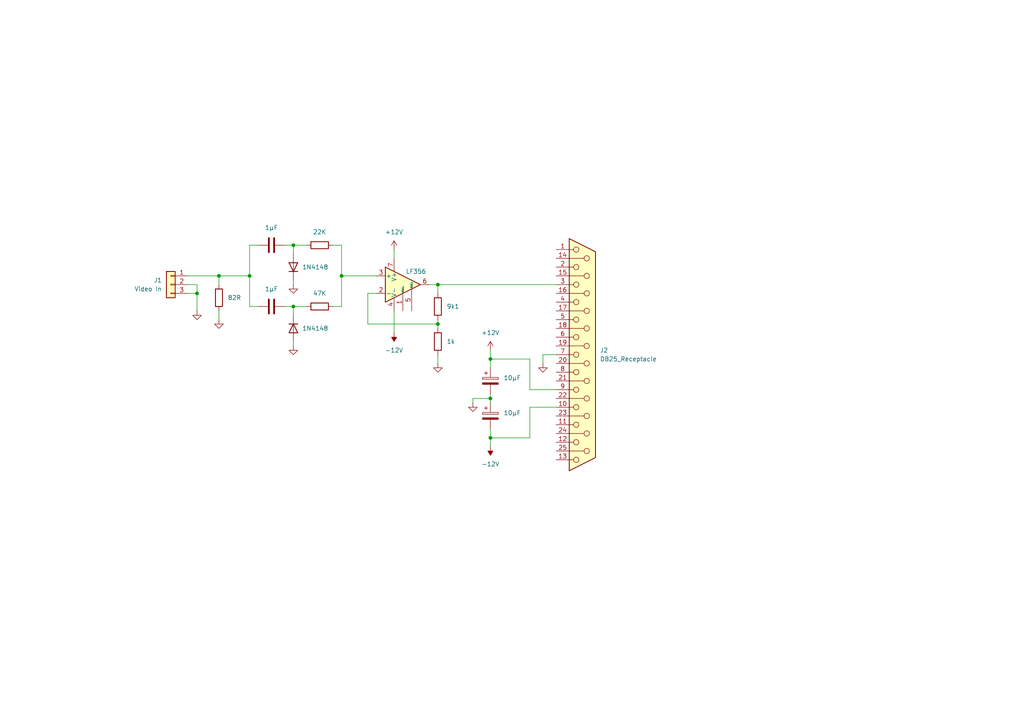
<source format=kicad_sch>
(kicad_sch (version 20230121) (generator eeschema)
  (paper "A4")
  (lib_symbols
    (symbol "Amplifier_Operational:LF356" (pin_names (offset 0.127))
      (property "Reference" "U" (at 0 6.35 0))
      (property "Value" "LF356" (at 0 3.81 0))
      (symbol "LF356_0_1"
        (polyline (pts (xy -5.08 5.08) (xy 5.08 0) (xy -5.08 -5.08) (xy -5.08 5.08)) (stroke (width 0.254)) (fill (type background)))
      )
      (symbol "LF356_1_1"
        (pin input line (at 0 -7.62 90) (length 5.08) (name "NULL") (number "1"))
        (pin input line (at -7.62 -2.54 0) (length 2.54) (name "-") (number "2"))
        (pin input line (at -7.62 2.54 0) (length 2.54) (name "+") (number "3"))
        (pin power_in line (at -2.54 -7.62 90) (length 3.81) (name "V-") (number "4"))
        (pin input line (at 2.54 -7.62 90) (length 6.35) (name "NULL") (number "5"))
        (pin output line (at 7.62 0 180) (length 2.54) (name "~") (number "6"))
        (pin power_in line (at -2.54 7.62 270) (length 3.81) (name "V+") (number "7"))
        (pin no_connect line (at 0 2.54 270) (length 2.54) hide (name "NC") (number "8"))
      )
    )
    (symbol "Connector:DB25_Receptacle" (pin_names (offset 1.016) hide)
      (property "Reference" "J" (at 0 34.29 0))
      (property "Value" "DB25_Receptacle" (at 0 -34.925 0))
      (symbol "DB25_Receptacle_0_1"
        (circle (center -1.778 -30.48) (radius 0.762))
        (circle (center -1.778 -25.4) (radius 0.762))
        (circle (center -1.778 -20.32) (radius 0.762))
        (circle (center -1.778 -15.24) (radius 0.762))
        (circle (center -1.778 -10.16) (radius 0.762))
        (circle (center -1.778 -5.08) (radius 0.762))
        (circle (center -1.778 0) (radius 0.762))
        (circle (center -1.778 5.08) (radius 0.762))
        (circle (center -1.778 10.16) (radius 0.762))
        (circle (center -1.778 15.24) (radius 0.762))
        (circle (center -1.778 20.32) (radius 0.762))
        (circle (center -1.778 25.4) (radius 0.762))
        (circle (center -1.778 30.48) (radius 0.762))
        (polyline (pts (xy -3.81 -30.48) (xy -2.54 -30.48)))
        (polyline (pts (xy -3.81 -27.94) (xy 0.508 -27.94)))
        (polyline (pts (xy -3.81 -25.4) (xy -2.54 -25.4)))
        (polyline (pts (xy -3.81 -22.86) (xy 0.508 -22.86)))
        (polyline (pts (xy -3.81 -20.32) (xy -2.54 -20.32)))
        (polyline (pts (xy -3.81 -17.78) (xy 0.508 -17.78)))
        (polyline (pts (xy -3.81 -15.24) (xy -2.54 -15.24)))
        (polyline (pts (xy -3.81 -12.7) (xy 0.508 -12.7)))
        (polyline (pts (xy -3.81 -10.16) (xy -2.54 -10.16)))
        (polyline (pts (xy -3.81 -7.62) (xy 0.508 -7.62)))
        (polyline (pts (xy -3.81 -5.08) (xy -2.54 -5.08)))
        (polyline (pts (xy -3.81 -2.54) (xy 0.508 -2.54)))
        (polyline (pts (xy -3.81 0) (xy -2.54 0)))
        (polyline (pts (xy -3.81 2.54) (xy 0.508 2.54)))
        (polyline (pts (xy -3.81 5.08) (xy -2.54 5.08)))
        (polyline (pts (xy -3.81 7.62) (xy 0.508 7.62)))
        (polyline (pts (xy -3.81 10.16) (xy -2.54 10.16)))
        (polyline (pts (xy -3.81 12.7) (xy 0.508 12.7)))
        (polyline (pts (xy -3.81 15.24) (xy -2.54 15.24)))
        (polyline (pts (xy -3.81 17.78) (xy 0.508 17.78)))
        (polyline (pts (xy -3.81 20.32) (xy -2.54 20.32)))
        (polyline (pts (xy -3.81 22.86) (xy 0.508 22.86)))
        (polyline (pts (xy -3.81 25.4) (xy -2.54 25.4)))
        (polyline (pts (xy -3.81 27.94) (xy 0.508 27.94)))
        (polyline (pts (xy -3.81 30.48) (xy -2.54 30.48)))
        (polyline (pts (xy -3.81 33.655) (xy 3.81 29.845) (xy 3.81 -29.845) (xy -3.81 -33.655) (xy -3.81 33.655)) (stroke (width 0.254)) (fill (type background)))
        (circle (center 1.27 -27.94) (radius 0.762))
        (circle (center 1.27 -22.86) (radius 0.762))
        (circle (center 1.27 -17.78) (radius 0.762))
        (circle (center 1.27 -12.7) (radius 0.762))
        (circle (center 1.27 -7.62) (radius 0.762))
        (circle (center 1.27 -2.54) (radius 0.762))
        (circle (center 1.27 2.54) (radius 0.762))
        (circle (center 1.27 7.62) (radius 0.762))
        (circle (center 1.27 12.7) (radius 0.762))
        (circle (center 1.27 17.78) (radius 0.762))
        (circle (center 1.27 22.86) (radius 0.762))
        (circle (center 1.27 27.94) (radius 0.762))
      )
      (symbol "DB25_Receptacle_1_1"
        (pin passive line (at -7.62 30.48 0) (length 3.81) (name "1") (number "1"))
        (pin passive line (at -7.62 -15.24 0) (length 3.81) (name "10") (number "10"))
        (pin passive line (at -7.62 -20.32 0) (length 3.81) (name "11") (number "11"))
        (pin passive line (at -7.62 -25.4 0) (length 3.81) (name "12") (number "12"))
        (pin passive line (at -7.62 -30.48 0) (length 3.81) (name "13") (number "13"))
        (pin passive line (at -7.62 27.94 0) (length 3.81) (name "P14") (number "14"))
        (pin passive line (at -7.62 22.86 0) (length 3.81) (name "P15") (number "15"))
        (pin passive line (at -7.62 17.78 0) (length 3.81) (name "P16") (number "16"))
        (pin passive line (at -7.62 12.7 0) (length 3.81) (name "P17") (number "17"))
        (pin passive line (at -7.62 7.62 0) (length 3.81) (name "P18") (number "18"))
        (pin passive line (at -7.62 2.54 0) (length 3.81) (name "P19") (number "19"))
        (pin passive line (at -7.62 25.4 0) (length 3.81) (name "2") (number "2"))
        (pin passive line (at -7.62 -2.54 0) (length 3.81) (name "P20") (number "20"))
        (pin passive line (at -7.62 -7.62 0) (length 3.81) (name "P21") (number "21"))
        (pin passive line (at -7.62 -12.7 0) (length 3.81) (name "P22") (number "22"))
        (pin passive line (at -7.62 -17.78 0) (length 3.81) (name "P23") (number "23"))
        (pin passive line (at -7.62 -22.86 0) (length 3.81) (name "P24") (number "24"))
        (pin passive line (at -7.62 -27.94 0) (length 3.81) (name "P25") (number "25"))
        (pin passive line (at -7.62 20.32 0) (length 3.81) (name "3") (number "3"))
        (pin passive line (at -7.62 15.24 0) (length 3.81) (name "4") (number "4"))
        (pin passive line (at -7.62 10.16 0) (length 3.81) (name "5") (number "5"))
        (pin passive line (at -7.62 5.08 0) (length 3.81) (name "6") (number "6"))
        (pin passive line (at -7.62 0 0) (length 3.81) (name "7") (number "7"))
        (pin passive line (at -7.62 -5.08 0) (length 3.81) (name "8") (number "8"))
        (pin passive line (at -7.62 -10.16 0) (length 3.81) (name "9") (number "9"))
      )
    )
    (symbol "Connector_Generic:Conn_01x03" (pin_names (offset 1.016) hide)
      (property "Reference" "J" (at 0 5.08 0))
      (property "Value" "Conn_01x03" (at 0 -5.08 0))
      (symbol "Conn_01x03_1_1"
        (rectangle (start -1.27 -2.413) (end 0 -2.667) (stroke (width 0.1524)))
        (rectangle (start -1.27 0.127) (end 0 -0.127) (stroke (width 0.1524)))
        (rectangle (start -1.27 2.667) (end 0 2.413) (stroke (width 0.1524)))
        (rectangle (start -1.27 3.81) (end 1.27 -3.81) (stroke (width 0.254)) (fill (type background)))
        (pin passive line (at -5.08 2.54 0) (length 3.81) (name "Pin_1") (number "1"))
        (pin passive line (at -5.08 0 0) (length 3.81) (name "Pin_2") (number "2"))
        (pin passive line (at -5.08 -2.54 0) (length 3.81) (name "Pin_3") (number "3"))
      )
    )
    (symbol "Device:C" (pin_numbers hide) (pin_names (offset 0.254))
      (property "Reference" "C" (at 0.635 2.54 0))
      (property "Value" "C" (at 0.635 -2.54 0))
      (symbol "C_0_1"
        (polyline (pts (xy -2.032 -0.762) (xy 2.032 -0.762)) (stroke (width 0.508)))
        (polyline (pts (xy -2.032 0.762) (xy 2.032 0.762)) (stroke (width 0.508)))
      )
      (symbol "C_1_1"
        (pin passive line (at 0 3.81 270) (length 2.794) (name "~") (number "1"))
        (pin passive line (at 0 -3.81 90) (length 2.794) (name "~") (number "2"))
      )
    )
    (symbol "Device:C_Polarized" (pin_numbers hide) (pin_names (offset 0.254))
      (property "Reference" "C" (at 0.635 2.54 0))
      (property "Value" "C_Polarized" (at 0.635 -2.54 0))
      (symbol "C_Polarized_0_1"
        (rectangle (start -2.286 0.508) (end 2.286 1.016))
        (polyline (pts (xy -1.778 2.286) (xy -0.762 2.286)))
        (polyline (pts (xy -1.27 2.794) (xy -1.27 1.778)))
        (rectangle (start 2.286 -0.508) (end -2.286 -1.016) (fill (type outline)))
      )
      (symbol "C_Polarized_1_1"
        (pin passive line (at 0 3.81 270) (length 2.794) (name "~") (number "1"))
        (pin passive line (at 0 -3.81 90) (length 2.794) (name "~") (number "2"))
      )
    )
    (symbol "Device:R" (pin_numbers hide) (pin_names (offset 0))
      (property "Reference" "R" (at 2.032 0 90))
      (property "Value" "R" (at 0 0 90))
      (symbol "R_0_1"
        (rectangle (start -1.016 -2.54) (end 1.016 2.54) (stroke (width 0.254)))
      )
      (symbol "R_1_1"
        (pin passive line (at 0 3.81 270) (length 1.27) (name "~") (number "1"))
        (pin passive line (at 0 -3.81 90) (length 1.27) (name "~") (number "2"))
      )
    )
    (symbol "Diode:1N4148" (pin_numbers hide) (pin_names hide)
      (property "Reference" "D" (at 0 2.54 0))
      (property "Value" "1N4148" (at 0 -2.54 0))
      (symbol "1N4148_0_1"
        (polyline (pts (xy -1.27 1.27) (xy -1.27 -1.27)) (stroke (width 0.254)))
        (polyline (pts (xy 1.27 0) (xy -1.27 0)))
        (polyline (pts (xy 1.27 1.27) (xy 1.27 -1.27) (xy -1.27 0) (xy 1.27 1.27)) (stroke (width 0.254)))
      )
      (symbol "1N4148_1_1"
        (pin passive line (at -3.81 0 0) (length 2.54) (name "K") (number "1"))
        (pin passive line (at 3.81 0 180) (length 2.54) (name "A") (number "2"))
      )
    )
    (symbol "power:+12V" (power) (pin_names (offset 0))
      (property "Value" "+12V" (at 0 3.556 0))
      (symbol "+12V_0_1"
        (polyline (pts (xy -0.762 1.27) (xy 0 2.54)))
        (polyline (pts (xy 0 0) (xy 0 2.54)))
        (polyline (pts (xy 0 2.54) (xy 0.762 1.27)))
      )
      (symbol "+12V_1_1"
        (pin power_in line (at 0 0 90) (length 0) hide (name "+12V") (number "1"))
      )
    )
    (symbol "power:-12V" (power) (pin_names (offset 0))
      (property "Value" "-12V" (at 0 3.81 0))
      (symbol "-12V_0_0"
        (pin power_in line (at 0 0 90) (length 0) hide (name "-12V") (number "1"))
      )
      (symbol "-12V_0_1"
        (polyline (pts (xy 0 0) (xy 0 1.27) (xy 0.762 1.27) (xy 0 2.54) (xy -0.762 1.27) (xy 0 1.27)) (fill (type outline)))
      )
    )
    (symbol "power:GND" (power) (pin_names (offset 0))
      (property "Value" "GND" (at 0 -3.81 0))
      (symbol "GND_0_1"
        (polyline (pts (xy 0 0) (xy 0 -1.27) (xy 1.27 -1.27) (xy 0 -2.54) (xy -1.27 -1.27) (xy 0 -1.27)))
      )
      (symbol "GND_1_1"
        (pin power_in line (at 0 0 270) (length 0) hide (name "GND") (number "1"))
      )
    )
  )
  (junction (at 127 93.98))
  (junction (at 142.24 104.14))
  (junction (at 85.09 88.9))
  (junction (at 85.09 71.12))
  (junction (at 63.5 80.01))
  (junction (at 57.15 85.09))
  (junction (at 72.39 80.01))
  (junction (at 142.24 115.57))
  (junction (at 99.06 80.01))
  (junction (at 142.24 127))
  (junction (at 127 82.55))
  (wire (pts (xy 99.06 71.12) (xy 99.06 80.01)))
  (wire (pts (xy 85.09 88.9) (xy 88.9 88.9)))
  (wire (pts (xy 124.46 82.55) (xy 127 82.55)))
  (wire (pts (xy 153.67 104.14) (xy 153.67 113.03)))
  (wire (pts (xy 109.22 85.09) (xy 106.68 85.09)))
  (wire (pts (xy 106.68 93.98) (xy 127 93.98)))
  (wire (pts (xy 106.68 85.09) (xy 106.68 93.98)))
  (wire (pts (xy 137.16 115.57) (xy 142.24 115.57)))
  (wire (pts (xy 72.39 71.12) (xy 72.39 80.01)))
  (wire (pts (xy 72.39 71.12) (xy 74.93 71.12)))
  (wire (pts (xy 54.61 80.01) (xy 63.5 80.01)))
  (wire (pts (xy 85.09 71.12) (xy 85.09 73.66)))
  (wire (pts (xy 85.09 88.9) (xy 85.09 91.44)))
  (wire (pts (xy 153.67 118.11) (xy 153.67 127)))
  (wire (pts (xy 85.09 99.06) (xy 85.09 100.33)))
  (wire (pts (xy 127 93.98) (xy 127 95.25)))
  (wire (pts (xy 99.06 80.01) (xy 99.06 88.9)))
  (wire (pts (xy 142.24 101.6) (xy 142.24 104.14)))
  (wire (pts (xy 63.5 90.17) (xy 63.5 92.71)))
  (wire (pts (xy 114.3 90.17) (xy 114.3 96.52)))
  (wire (pts (xy 96.52 88.9) (xy 99.06 88.9)))
  (wire (pts (xy 82.55 71.12) (xy 85.09 71.12)))
  (wire (pts (xy 127 92.71) (xy 127 93.98)))
  (wire (pts (xy 142.24 115.57) (xy 142.24 116.84)))
  (wire (pts (xy 54.61 85.09) (xy 57.15 85.09)))
  (wire (pts (xy 99.06 80.01) (xy 109.22 80.01)))
  (wire (pts (xy 161.29 102.87) (xy 157.48 102.87)))
  (wire (pts (xy 85.09 71.12) (xy 88.9 71.12)))
  (wire (pts (xy 57.15 85.09) (xy 57.15 90.17)))
  (wire (pts (xy 153.67 127) (xy 142.24 127)))
  (wire (pts (xy 85.09 81.28) (xy 85.09 82.55)))
  (wire (pts (xy 114.3 72.39) (xy 114.3 74.93)))
  (wire (pts (xy 142.24 104.14) (xy 142.24 106.68)))
  (wire (pts (xy 57.15 82.55) (xy 57.15 85.09)))
  (wire (pts (xy 96.52 71.12) (xy 99.06 71.12)))
  (wire (pts (xy 161.29 113.03) (xy 153.67 113.03)))
  (wire (pts (xy 72.39 80.01) (xy 72.39 88.9)))
  (wire (pts (xy 127 102.87) (xy 127 105.41)))
  (wire (pts (xy 142.24 114.3) (xy 142.24 115.57)))
  (wire (pts (xy 54.61 82.55) (xy 57.15 82.55)))
  (wire (pts (xy 142.24 127) (xy 142.24 129.54)))
  (wire (pts (xy 153.67 104.14) (xy 142.24 104.14)))
  (wire (pts (xy 157.48 102.87) (xy 157.48 105.41)))
  (wire (pts (xy 72.39 88.9) (xy 74.93 88.9)))
  (wire (pts (xy 82.55 88.9) (xy 85.09 88.9)))
  (wire (pts (xy 63.5 80.01) (xy 72.39 80.01)))
  (wire (pts (xy 127 82.55) (xy 161.29 82.55)))
  (wire (pts (xy 142.24 127) (xy 142.24 124.46)))
  (wire (pts (xy 161.29 118.11) (xy 153.67 118.11)))
  (wire (pts (xy 63.5 82.55) (xy 63.5 80.01)))
  (wire (pts (xy 127 82.55) (xy 127 85.09)))
  (wire (pts (xy 137.16 116.84) (xy 137.16 115.57)))
  (symbol (lib_id "Diode:1N4148") (at 85.09 95.25 270) (unit 1)
    (property "Reference" "D2" (effects hide))
    (property "Value" "1N4148" (at 87.63 95.25 90) (effects (justify left)))
    (property "Footprint" "Diode_SMD:D_SOD-323_HandSoldering" (effects hide))
    (property "Datasheet" "https://assets.nexperia.com/documents/data-sheet/1N4148_1N4448.pdf" (effects hide))
    (property "Sim.Device" "D" (effects hide))
    (property "Sim.Pins" "1=K 2=A" (effects hide))
  )
  (symbol (lib_id "Device:C_Polarized") (at 142.24 110.49 0) (unit 1)
    (property "Reference" "C3" (effects hide))
    (property "Value" "10µF" (at 146.05 109.601 0) (effects (justify left)))
    (property "Footprint" "Capacitor_SMD:CP_Elec_5x5.4" (effects hide))
  )
  (symbol (lib_id "power:-12V") (at 114.3 96.52 180) (unit 1)
    (property "Reference" "#PWR06" (effects hide))
    (property "Value" "-12V" (at 114.3 101.6 0))
  )
  (symbol (lib_id "power:GND") (at 137.16 116.84 0) (unit 1)
    (property "Reference" "#PWR09" (effects hide))
    (property "Value" "GND" (effects hide))
  )
  (symbol (lib_id "Device:C") (at 78.74 71.12 270) (mirror x) (unit 1)
    (property "Reference" "C1" (effects hide))
    (property "Value" "1µF" (at 78.74 66.04 90))
    (property "Footprint" "Capacitor_SMD:C_1210_3225Metric_Pad1.33x2.70mm_HandSolder" (effects hide))
  )
  (symbol (lib_id "Device:R") (at 127 99.06 0) (mirror x) (unit 1)
    (property "Reference" "R5" (effects hide))
    (property "Value" "1k" (at 129.54 99.06 0) (effects (justify left)))
    (property "Footprint" "Resistor_SMD:R_1206_3216Metric_Pad1.30x1.75mm_HandSolder" (effects hide))
  )
  (symbol (lib_id "power:-12V") (at 142.24 129.54 180) (unit 1)
    (property "Reference" "#PWR010" (effects hide))
    (property "Value" "-12V" (at 142.24 134.62 0))
  )
  (symbol (lib_id "Connector:DB25_Receptacle") (at 168.91 102.87 0) (unit 1)
    (property "Reference" "J2" (at 173.99 101.6 0) (effects (justify left)))
    (property "Value" "DB25_Receptacle" (at 173.99 104.14 0) (effects (justify left)))
    (property "Footprint" "Connector_Dsub:DSUB-25_Female_EdgeMount_P2.77mm" (effects hide))
    (property "Datasheet" " ~" (effects hide))
  )
  (symbol (lib_id "power:+12V") (at 142.24 101.6 0) (unit 1)
    (property "Reference" "#PWR011" (effects hide))
    (property "Value" "+12V" (at 142.24 96.52 0))
  )
  (symbol (lib_id "Diode:1N4148") (at 85.09 77.47 90) (unit 1)
    (property "Reference" "D1" (effects hide))
    (property "Value" "1N4148" (at 87.63 77.47 90) (effects (justify right)))
    (property "Footprint" "Diode_SMD:D_SOD-323_HandSoldering" (effects hide))
    (property "Datasheet" "https://assets.nexperia.com/documents/data-sheet/1N4148_1N4448.pdf" (effects hide))
    (property "Sim.Device" "D" (effects hide))
    (property "Sim.Pins" "1=K 2=A" (effects hide))
  )
  (symbol (lib_id "Device:C") (at 78.74 88.9 90) (unit 1)
    (property "Reference" "C2" (effects hide))
    (property "Value" "1µF" (at 78.74 83.82 90))
    (property "Footprint" "Capacitor_SMD:C_1210_3225Metric_Pad1.33x2.70mm_HandSolder" (effects hide))
  )
  (symbol (lib_id "Device:C_Polarized") (at 142.24 120.65 0) (unit 1)
    (property "Reference" "C4" (effects hide))
    (property "Value" "10µF" (at 146.05 119.761 0) (effects (justify left)))
    (property "Footprint" "Capacitor_SMD:CP_Elec_5x5.4" (effects hide))
  )
  (symbol (lib_id "power:GND") (at 57.15 90.17 0) (unit 1)
    (property "Reference" "#PWR01" (effects hide))
    (property "Value" "GND" (effects hide))
  )
  (symbol (lib_id "power:GND") (at 85.09 100.33 0) (unit 1)
    (property "Reference" "#PWR03" (effects hide))
    (property "Value" "GND" (effects hide))
  )
  (symbol (lib_id "power:GND") (at 85.09 82.55 0) (unit 1)
    (property "Reference" "#PWR04" (effects hide))
    (property "Value" "GND" (effects hide))
  )
  (symbol (lib_id "power:GND") (at 63.5 92.71 0) (unit 1)
    (property "Reference" "#PWR02" (effects hide))
    (property "Value" "GND" (effects hide))
  )
  (symbol (lib_id "Device:R") (at 92.71 71.12 90) (unit 1)
    (property "Reference" "R2" (effects hide))
    (property "Value" "22K" (at 92.71 67.31 90))
    (property "Footprint" "Resistor_SMD:R_1206_3216Metric_Pad1.30x1.75mm_HandSolder" (effects hide))
  )
  (symbol (lib_id "Device:R") (at 92.71 88.9 90) (unit 1)
    (property "Reference" "R3" (effects hide))
    (property "Value" "47K" (at 92.71 85.09 90))
    (property "Footprint" "Resistor_SMD:R_1206_3216Metric_Pad1.30x1.75mm_HandSolder" (effects hide))
  )
  (symbol (lib_id "power:GND") (at 127 105.41 0) (unit 1)
    (property "Reference" "#PWR05" (effects hide))
    (property "Value" "GND" (effects hide))
  )
  (symbol (lib_id "Connector_Generic:Conn_01x03") (at 49.53 82.55 0) (mirror y) (unit 1)
    (property "Reference" "J1" (at 46.99 81.28 0) (effects (justify left)))
    (property "Value" "Video In" (at 46.99 83.82 0) (effects (justify left)))
    (property "Footprint" "Connector_PinHeader_2.54mm:PinHeader_1x03_P2.54mm_Vertical" (effects hide))
  )
  (symbol (lib_id "Amplifier_Operational:LF356") (at 116.84 82.55 0) (unit 1)
    (property "Reference" "U1" (effects hide))
    (property "Value" "LF356" (at 120.65 78.74 0))
    (property "Footprint" "Package_SO:SO-8_3.9x4.9mm_P1.27mm" (effects hide))
    (property "Datasheet" "http://www.ti.com/lit/ds/symlink/lf357.pdf" (effects hide))
  )
  (symbol (lib_id "Device:R") (at 127 88.9 0) (mirror x) (unit 1)
    (property "Reference" "R4" (effects hide))
    (property "Value" "9k1" (at 129.54 88.9 0) (effects (justify left)))
    (property "Footprint" "Resistor_SMD:R_1206_3216Metric_Pad1.30x1.75mm_HandSolder" (effects hide))
  )
  (symbol (lib_id "power:GND") (at 157.48 105.41 0) (unit 1)
    (property "Reference" "#PWR08" (effects hide))
    (property "Value" "GND" (effects hide))
  )
  (symbol (lib_id "power:+12V") (at 114.3 72.39 0) (unit 1)
    (property "Reference" "#PWR07" (effects hide))
    (property "Value" "+12V" (at 114.3 67.31 0))
  )
  (symbol (lib_id "Device:R") (at 63.5 86.36 0) (unit 1)
    (property "Reference" "R1" (effects hide))
    (property "Value" "82R" (at 66.04 86.36 0) (effects (justify left)))
    (property "Footprint" "Resistor_SMD:R_1206_3216Metric_Pad1.30x1.75mm_HandSolder" (effects hide))
  )
)
</source>
